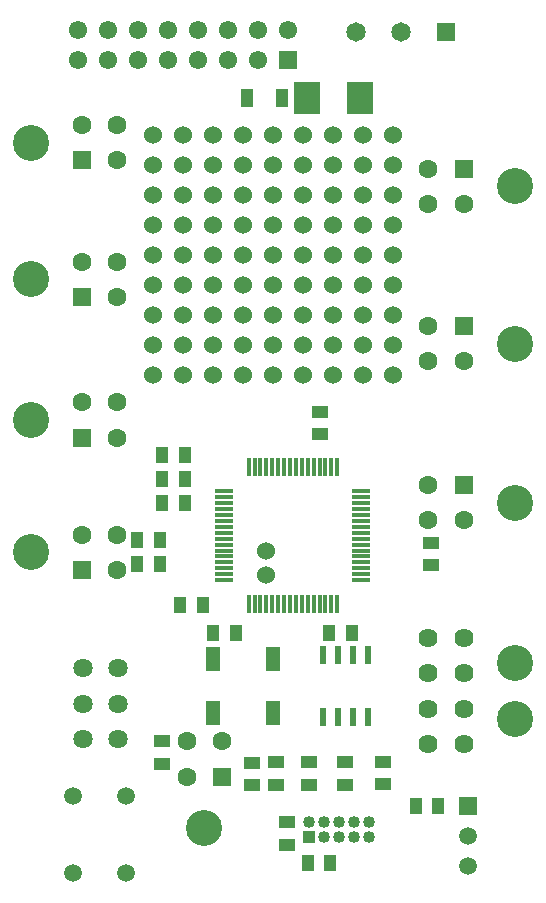
<source format=gbr>
%TF.GenerationSoftware,Altium Limited,Altium Designer,20.1.14 (287)*%
G04 Layer_Color=255*
%FSLAX25Y25*%
%MOIN*%
%TF.SameCoordinates,66620FBD-E1AE-4FB5-826F-034038840454*%
%TF.FilePolarity,Positive*%
%TF.FileFunction,Pads,Bot*%
%TF.Part,Single*%
G01*
G75*
%TA.AperFunction,SMDPad,CuDef*%
%ADD10R,0.05512X0.04134*%
%TA.AperFunction,ComponentPad*%
%ADD16C,0.06000*%
%ADD17C,0.12008*%
%ADD18C,0.06319*%
%ADD19R,0.06319X0.06319*%
%ADD20R,0.06102X0.06102*%
%ADD21C,0.06102*%
%ADD22C,0.06378*%
%ADD23C,0.05898*%
%ADD24R,0.04000X0.04000*%
%ADD25C,0.04000*%
%ADD26R,0.06319X0.06319*%
%ADD27R,0.06496X0.06496*%
%ADD28C,0.06496*%
%ADD29C,0.06417*%
%ADD30R,0.05906X0.05906*%
%ADD31C,0.05906*%
%TA.AperFunction,SMDPad,CuDef*%
%ADD34R,0.03937X0.06299*%
%ADD35R,0.01181X0.06496*%
%ADD36R,0.06496X0.01181*%
%ADD37R,0.05118X0.08268*%
%ADD38R,0.02362X0.05906*%
%ADD39R,0.04134X0.05512*%
%ADD40R,0.08500X0.10799*%
D10*
X63000Y40520D02*
D03*
Y48000D02*
D03*
X136500Y33760D02*
D03*
Y41240D02*
D03*
X112000Y33500D02*
D03*
Y40980D02*
D03*
X101000Y33500D02*
D03*
Y40980D02*
D03*
X124000Y33500D02*
D03*
Y40980D02*
D03*
X104500Y21000D02*
D03*
Y13520D02*
D03*
X93000Y33410D02*
D03*
Y40890D02*
D03*
X152500Y114091D02*
D03*
Y106610D02*
D03*
X115500Y157890D02*
D03*
Y150409D02*
D03*
D16*
X130000Y250000D02*
D03*
X120000D02*
D03*
X110000D02*
D03*
X60000Y190000D02*
D03*
Y170000D02*
D03*
Y180000D02*
D03*
X97500Y103500D02*
D03*
Y111500D02*
D03*
X140000Y190000D02*
D03*
Y180000D02*
D03*
Y170000D02*
D03*
Y200000D02*
D03*
Y230000D02*
D03*
X120000Y170000D02*
D03*
X130000D02*
D03*
X140000Y210000D02*
D03*
Y220000D02*
D03*
X110000Y170000D02*
D03*
X100000D02*
D03*
X90000D02*
D03*
X80000D02*
D03*
X70000D02*
D03*
X60000Y210000D02*
D03*
X100000Y250000D02*
D03*
X90000D02*
D03*
X80000D02*
D03*
X130000Y240000D02*
D03*
X120000D02*
D03*
X110000D02*
D03*
X100000D02*
D03*
X90000D02*
D03*
X80000D02*
D03*
X110000Y230000D02*
D03*
X100000D02*
D03*
X90000D02*
D03*
X80000D02*
D03*
X70000D02*
D03*
X60000Y220000D02*
D03*
X70000Y190000D02*
D03*
X80000Y220000D02*
D03*
X70000D02*
D03*
X140000Y250000D02*
D03*
X90000Y190000D02*
D03*
X80000Y180000D02*
D03*
X120000Y230000D02*
D03*
X130000D02*
D03*
X140000Y240000D02*
D03*
X90000Y180000D02*
D03*
X70000Y210000D02*
D03*
X130000Y220000D02*
D03*
X120000D02*
D03*
X110000D02*
D03*
X100000D02*
D03*
X90000D02*
D03*
X130000Y210000D02*
D03*
X120000D02*
D03*
X110000D02*
D03*
X100000D02*
D03*
X90000D02*
D03*
X80000D02*
D03*
X120000Y200000D02*
D03*
X110000D02*
D03*
X100000D02*
D03*
X90000D02*
D03*
X80000D02*
D03*
X70000D02*
D03*
Y250000D02*
D03*
X100000Y190000D02*
D03*
X70000Y180000D02*
D03*
X130000D02*
D03*
X120000D02*
D03*
X110000D02*
D03*
X100000D02*
D03*
X70000Y240000D02*
D03*
X80000Y190000D02*
D03*
X60000Y200000D02*
D03*
X130000D02*
D03*
X60000Y230000D02*
D03*
X110000Y190000D02*
D03*
X130000D02*
D03*
X120000D02*
D03*
X60000Y240000D02*
D03*
Y250000D02*
D03*
D17*
X19193Y155095D02*
D03*
X180500Y74004D02*
D03*
Y55500D02*
D03*
Y233000D02*
D03*
Y180500D02*
D03*
Y127500D02*
D03*
X19193Y111000D02*
D03*
Y202000D02*
D03*
Y247500D02*
D03*
X77000Y19193D02*
D03*
D18*
X48012Y161000D02*
D03*
Y149189D02*
D03*
X36201Y161000D02*
D03*
X151681Y227095D02*
D03*
Y238906D02*
D03*
X163492Y227095D02*
D03*
X151681Y174594D02*
D03*
Y186406D02*
D03*
X163492Y174594D02*
D03*
X151681Y121595D02*
D03*
Y133405D02*
D03*
X163492Y121595D02*
D03*
X48012Y116905D02*
D03*
Y105095D02*
D03*
X36201Y116905D02*
D03*
X48012Y207906D02*
D03*
Y196095D02*
D03*
X36201Y207906D02*
D03*
X48012Y253405D02*
D03*
Y241595D02*
D03*
X36201Y253405D02*
D03*
X71095Y48012D02*
D03*
X82906D02*
D03*
X71095Y36201D02*
D03*
D19*
X36201Y149189D02*
D03*
X163492Y238906D02*
D03*
Y186406D02*
D03*
Y133405D02*
D03*
X36201Y105095D02*
D03*
Y196095D02*
D03*
Y241595D02*
D03*
D20*
X105000Y275000D02*
D03*
D21*
X95000D02*
D03*
X85000D02*
D03*
X75000D02*
D03*
X65000D02*
D03*
X55000D02*
D03*
X45000D02*
D03*
X35000D02*
D03*
X105000Y285000D02*
D03*
X95000D02*
D03*
X85000D02*
D03*
X75000D02*
D03*
X65000D02*
D03*
X55000D02*
D03*
X45000D02*
D03*
X35000D02*
D03*
D22*
X151681Y47035D02*
D03*
Y58846D02*
D03*
Y70657D02*
D03*
Y82468D02*
D03*
X163492Y47035D02*
D03*
Y58846D02*
D03*
Y70657D02*
D03*
Y82468D02*
D03*
D23*
X33142Y4205D02*
D03*
Y29795D02*
D03*
X50858D02*
D03*
Y4205D02*
D03*
D24*
X112000Y16000D02*
D03*
D25*
Y21000D02*
D03*
X117000Y16000D02*
D03*
Y21000D02*
D03*
X122000Y16000D02*
D03*
Y21000D02*
D03*
X127000Y16000D02*
D03*
Y21000D02*
D03*
X132000Y16000D02*
D03*
Y21000D02*
D03*
D26*
X82906Y36201D02*
D03*
D27*
X157500Y284500D02*
D03*
D28*
X142500D02*
D03*
X127500D02*
D03*
D29*
X36508Y72311D02*
D03*
Y60500D02*
D03*
Y48689D02*
D03*
X48319D02*
D03*
Y60500D02*
D03*
Y72311D02*
D03*
D30*
X165000Y26500D02*
D03*
D31*
Y16500D02*
D03*
Y6500D02*
D03*
D34*
X103000Y262500D02*
D03*
X91189D02*
D03*
D35*
X91736Y139338D02*
D03*
X93705D02*
D03*
X95673D02*
D03*
X97642D02*
D03*
X99610D02*
D03*
X101579D02*
D03*
X103547D02*
D03*
X105516D02*
D03*
X107484D02*
D03*
X109453D02*
D03*
X111421D02*
D03*
X113390D02*
D03*
X115358D02*
D03*
X117327D02*
D03*
X119295D02*
D03*
X121264D02*
D03*
Y93662D02*
D03*
X119295D02*
D03*
X117327D02*
D03*
X115358D02*
D03*
X113390D02*
D03*
X111421D02*
D03*
X109453D02*
D03*
X107484D02*
D03*
X105516D02*
D03*
X103547D02*
D03*
X101579D02*
D03*
X99610D02*
D03*
X97642D02*
D03*
X95673D02*
D03*
X93705D02*
D03*
X91736D02*
D03*
D36*
X129338Y131264D02*
D03*
Y129295D02*
D03*
Y127327D02*
D03*
Y125358D02*
D03*
Y123390D02*
D03*
Y121421D02*
D03*
Y119453D02*
D03*
Y117484D02*
D03*
Y115516D02*
D03*
Y113547D02*
D03*
Y111579D02*
D03*
Y109610D02*
D03*
Y107642D02*
D03*
Y105673D02*
D03*
Y103705D02*
D03*
Y101736D02*
D03*
X83662D02*
D03*
Y103705D02*
D03*
Y105673D02*
D03*
Y107642D02*
D03*
Y109610D02*
D03*
Y111579D02*
D03*
Y113547D02*
D03*
Y115516D02*
D03*
Y117484D02*
D03*
Y119453D02*
D03*
Y121421D02*
D03*
Y123390D02*
D03*
Y125358D02*
D03*
Y127327D02*
D03*
Y129295D02*
D03*
Y131264D02*
D03*
D37*
X100000Y75555D02*
D03*
X80000D02*
D03*
Y57445D02*
D03*
X100000D02*
D03*
D38*
X116500Y56012D02*
D03*
X121500D02*
D03*
X126500D02*
D03*
X131500D02*
D03*
Y76878D02*
D03*
X126500D02*
D03*
X121500D02*
D03*
X116500D02*
D03*
D39*
X147520Y26500D02*
D03*
X155000D02*
D03*
X63000Y143500D02*
D03*
X70480D02*
D03*
X63000Y135500D02*
D03*
X70480D02*
D03*
X63000Y127500D02*
D03*
X70480D02*
D03*
X80000Y84000D02*
D03*
X87480D02*
D03*
X126091Y84000D02*
D03*
X118610D02*
D03*
X118890Y7500D02*
D03*
X111409D02*
D03*
X68910Y93500D02*
D03*
X76390D02*
D03*
X62090Y115000D02*
D03*
X54610D02*
D03*
X54610Y107000D02*
D03*
X62091D02*
D03*
D40*
X128701Y262500D02*
D03*
X111299D02*
D03*
%TF.MD5,0babcb17e4906bc2dffbed88ea029572*%
M02*

</source>
